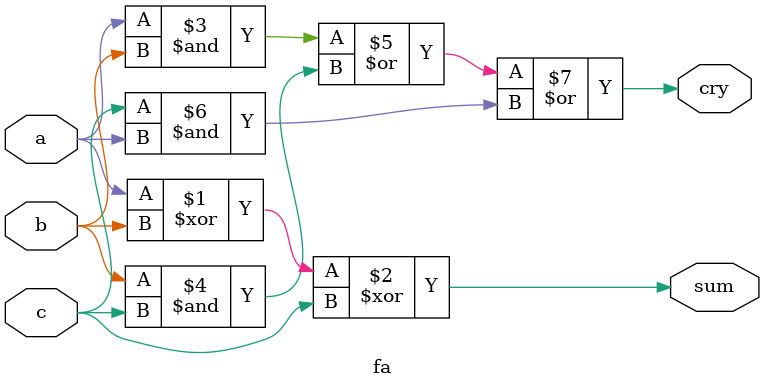
<source format=sv>
module fa(input a,b,c, output sum,cry);
  assign sum=a^b^c;
  assign cry=(a&b)|(b&c)|(c&a);
endmodule

</source>
